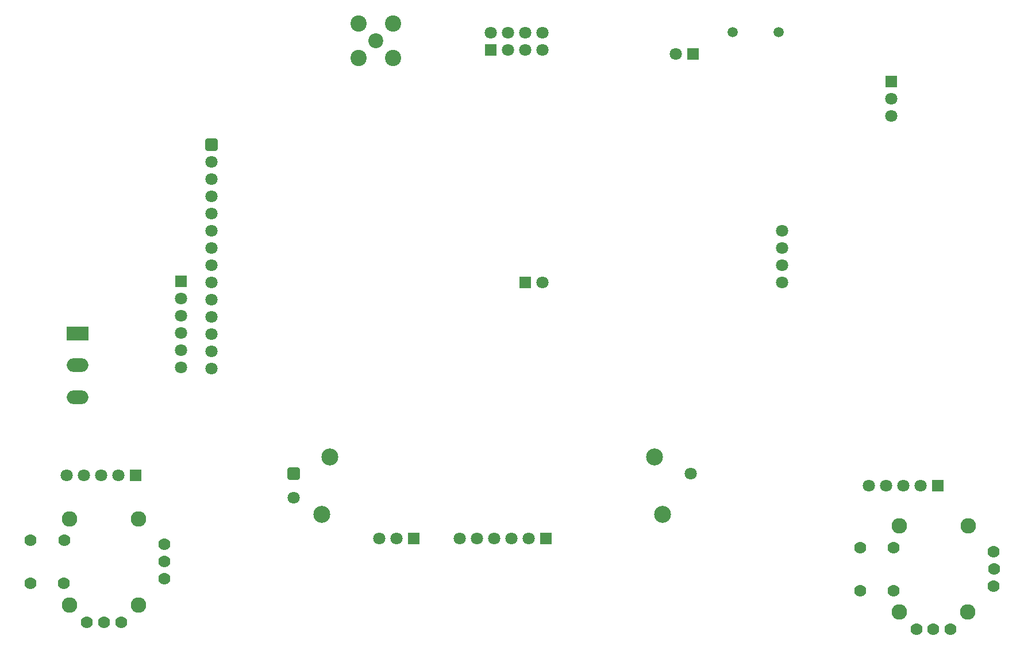
<source format=gbs>
%TF.GenerationSoftware,KiCad,Pcbnew,9.0.6*%
%TF.CreationDate,2026-02-02T09:23:09+01:00*%
%TF.ProjectId,controller,636f6e74-726f-46c6-9c65-722e6b696361,rev?*%
%TF.SameCoordinates,Original*%
%TF.FileFunction,Soldermask,Bot*%
%TF.FilePolarity,Negative*%
%FSLAX46Y46*%
G04 Gerber Fmt 4.6, Leading zero omitted, Abs format (unit mm)*
G04 Created by KiCad (PCBNEW 9.0.6) date 2026-02-02 09:23:09*
%MOMM*%
%LPD*%
G01*
G04 APERTURE LIST*
G04 Aperture macros list*
%AMRoundRect*
0 Rectangle with rounded corners*
0 $1 Rounding radius*
0 $2 $3 $4 $5 $6 $7 $8 $9 X,Y pos of 4 corners*
0 Add a 4 corners polygon primitive as box body*
4,1,4,$2,$3,$4,$5,$6,$7,$8,$9,$2,$3,0*
0 Add four circle primitives for the rounded corners*
1,1,$1+$1,$2,$3*
1,1,$1+$1,$4,$5*
1,1,$1+$1,$6,$7*
1,1,$1+$1,$8,$9*
0 Add four rect primitives between the rounded corners*
20,1,$1+$1,$2,$3,$4,$5,0*
20,1,$1+$1,$4,$5,$6,$7,0*
20,1,$1+$1,$6,$7,$8,$9,0*
20,1,$1+$1,$8,$9,$2,$3,0*%
G04 Aperture macros list end*
%ADD10R,1.800000X1.800000*%
%ADD11C,1.800000*%
%ADD12C,1.778000*%
%ADD13C,2.286000*%
%ADD14RoundRect,0.250000X-0.650000X0.650000X-0.650000X-0.650000X0.650000X-0.650000X0.650000X0.650000X0*%
%ADD15C,2.200000*%
%ADD16C,2.400000*%
%ADD17R,3.200000X2.000000*%
%ADD18O,3.200000X2.000000*%
%ADD19RoundRect,0.250000X-0.650000X-0.650000X0.650000X-0.650000X0.650000X0.650000X-0.650000X0.650000X0*%
%ADD20C,2.500000*%
%ADD21C,1.500000*%
G04 APERTURE END LIST*
D10*
%TO.C,J1*%
X179200000Y-50100000D03*
D11*
X176660000Y-50100000D03*
%TD*%
D10*
%TO.C,J10*%
X215250000Y-113750000D03*
D11*
X212710000Y-113750000D03*
X210170000Y-113750000D03*
X207630000Y-113750000D03*
X205090000Y-113750000D03*
%TD*%
D12*
%TO.C,U9*%
X203810000Y-129230000D03*
X203829800Y-122880000D03*
X208750000Y-129230000D03*
X208770000Y-122870000D03*
X223500000Y-128580000D03*
X223520000Y-126040000D03*
X223500000Y-123500000D03*
D13*
X209560000Y-132405000D03*
X219690000Y-132405000D03*
X219704800Y-119705000D03*
X209544800Y-119705000D03*
D12*
X212084800Y-134945000D03*
X214610000Y-134960000D03*
X217150000Y-134960000D03*
%TD*%
D10*
%TO.C,J9*%
X97040000Y-112250000D03*
D11*
X94500000Y-112250000D03*
X91960000Y-112250000D03*
X89420000Y-112250000D03*
X86880000Y-112250000D03*
%TD*%
D14*
%TO.C,U4*%
X108200000Y-63500000D03*
D11*
X108200000Y-66040000D03*
X108200000Y-68580000D03*
X108200000Y-71120000D03*
X108200000Y-73660000D03*
X108200000Y-76200000D03*
X108200000Y-78740000D03*
X108200000Y-81280000D03*
X108200000Y-83820000D03*
X108200000Y-86360000D03*
X108200000Y-88900000D03*
X108200000Y-91440000D03*
X108200000Y-93980000D03*
X108200000Y-96520000D03*
X192300000Y-76200000D03*
X192300000Y-78740000D03*
X192300000Y-81280000D03*
X192300000Y-83820000D03*
%TD*%
D10*
%TO.C,J8*%
X208400000Y-54160000D03*
D11*
X208400000Y-56700000D03*
X208400000Y-59240000D03*
%TD*%
D10*
%TO.C,J4*%
X154480000Y-83750000D03*
D11*
X157020000Y-83750000D03*
%TD*%
D15*
%TO.C,J6*%
X132460000Y-48160000D03*
D16*
X129920000Y-45620000D03*
X129920000Y-50700000D03*
X135000000Y-50700000D03*
X135000000Y-45620000D03*
%TD*%
D10*
%TO.C,J11*%
X138000000Y-121500000D03*
D11*
X135460000Y-121500000D03*
X132920000Y-121500000D03*
%TD*%
D10*
%TO.C,J2*%
X157500000Y-121500000D03*
D11*
X154960000Y-121500000D03*
X152420000Y-121500000D03*
X149880000Y-121500000D03*
X147340000Y-121500000D03*
X144800000Y-121500000D03*
%TD*%
D17*
%TO.C,SW3*%
X88500000Y-91300000D03*
D18*
X88500000Y-96000000D03*
X88500000Y-100700000D03*
%TD*%
D12*
%TO.C,U10*%
X81560000Y-128150000D03*
X81579800Y-121800000D03*
X86500000Y-128150000D03*
X86520000Y-121790000D03*
X101250000Y-127500000D03*
X101270000Y-124960000D03*
X101250000Y-122420000D03*
D13*
X87310000Y-131325000D03*
X97440000Y-131325000D03*
X97454800Y-118625000D03*
X87294800Y-118625000D03*
D12*
X89834800Y-133865000D03*
X92360000Y-133880000D03*
X94900000Y-133880000D03*
%TD*%
D10*
%TO.C,J3*%
X103750000Y-83650000D03*
D11*
X103750000Y-86190000D03*
X103750000Y-88730000D03*
X103750000Y-91270000D03*
X103750000Y-93810000D03*
X103750000Y-96350000D03*
%TD*%
D19*
%TO.C,RV1*%
X120350000Y-112000000D03*
D11*
X120350000Y-115500000D03*
X178850000Y-112000000D03*
D20*
X125700000Y-109500000D03*
X173500000Y-109500000D03*
X124500000Y-118000000D03*
X174700000Y-118000000D03*
%TD*%
D10*
%TO.C,J7*%
X149380000Y-49500000D03*
D11*
X151920000Y-49500000D03*
X154460000Y-49500000D03*
X157000000Y-49500000D03*
X157000000Y-46960000D03*
X154460000Y-46960000D03*
X151920000Y-46960000D03*
X149380000Y-46960000D03*
%TD*%
D21*
%TO.C,SW2*%
X185000000Y-46900000D03*
X191800000Y-46900000D03*
%TD*%
M02*

</source>
